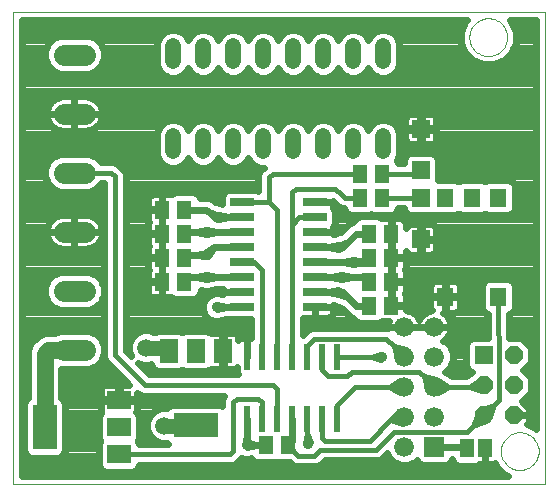
<source format=gtl>
G75*
G70*
%OFA0B0*%
%FSLAX24Y24*%
%IPPOS*%
%LPD*%
%AMOC8*
5,1,8,0,0,1.08239X$1,22.5*
%
%ADD10C,0.0000*%
%ADD11R,0.0240X0.0870*%
%ADD12R,0.0800X0.0260*%
%ADD13C,0.0520*%
%ADD14R,0.0512X0.0591*%
%ADD15R,0.0600X0.0600*%
%ADD16OC8,0.0600*%
%ADD17R,0.0591X0.0787*%
%ADD18R,0.1496X0.0787*%
%ADD19R,0.0551X0.0630*%
%ADD20R,0.0787X0.0591*%
%ADD21R,0.0787X0.1496*%
%ADD22C,0.0705*%
%ADD23R,0.0591X0.0591*%
%ADD24R,0.0660X0.0660*%
%ADD25C,0.0660*%
%ADD26R,0.0460X0.0630*%
%ADD27C,0.0240*%
%ADD28C,0.0356*%
%ADD29C,0.0500*%
%ADD30C,0.0591*%
%ADD31C,0.0160*%
%ADD32C,0.0560*%
D10*
X003097Y001522D02*
X003097Y017270D01*
X020814Y017270D01*
X020814Y001522D01*
X003097Y001522D01*
X018299Y016422D02*
X018301Y016472D01*
X018307Y016522D01*
X018317Y016571D01*
X018331Y016619D01*
X018348Y016666D01*
X018369Y016711D01*
X018394Y016755D01*
X018422Y016796D01*
X018454Y016835D01*
X018488Y016872D01*
X018525Y016906D01*
X018565Y016936D01*
X018607Y016963D01*
X018651Y016987D01*
X018697Y017008D01*
X018744Y017024D01*
X018792Y017037D01*
X018842Y017046D01*
X018891Y017051D01*
X018942Y017052D01*
X018992Y017049D01*
X019041Y017042D01*
X019090Y017031D01*
X019138Y017016D01*
X019184Y016998D01*
X019229Y016976D01*
X019272Y016950D01*
X019313Y016921D01*
X019352Y016889D01*
X019388Y016854D01*
X019420Y016816D01*
X019450Y016776D01*
X019477Y016733D01*
X019500Y016689D01*
X019519Y016643D01*
X019535Y016595D01*
X019547Y016546D01*
X019555Y016497D01*
X019559Y016447D01*
X019559Y016397D01*
X019555Y016347D01*
X019547Y016298D01*
X019535Y016249D01*
X019519Y016201D01*
X019500Y016155D01*
X019477Y016111D01*
X019450Y016068D01*
X019420Y016028D01*
X019388Y015990D01*
X019352Y015955D01*
X019313Y015923D01*
X019272Y015894D01*
X019229Y015868D01*
X019184Y015846D01*
X019138Y015828D01*
X019090Y015813D01*
X019041Y015802D01*
X018992Y015795D01*
X018942Y015792D01*
X018891Y015793D01*
X018842Y015798D01*
X018792Y015807D01*
X018744Y015820D01*
X018697Y015836D01*
X018651Y015857D01*
X018607Y015881D01*
X018565Y015908D01*
X018525Y015938D01*
X018488Y015972D01*
X018454Y016009D01*
X018422Y016048D01*
X018394Y016089D01*
X018369Y016133D01*
X018348Y016178D01*
X018331Y016225D01*
X018317Y016273D01*
X018307Y016322D01*
X018301Y016372D01*
X018299Y016422D01*
X019349Y002622D02*
X019351Y002672D01*
X019357Y002722D01*
X019367Y002771D01*
X019381Y002819D01*
X019398Y002866D01*
X019419Y002911D01*
X019444Y002955D01*
X019472Y002996D01*
X019504Y003035D01*
X019538Y003072D01*
X019575Y003106D01*
X019615Y003136D01*
X019657Y003163D01*
X019701Y003187D01*
X019747Y003208D01*
X019794Y003224D01*
X019842Y003237D01*
X019892Y003246D01*
X019941Y003251D01*
X019992Y003252D01*
X020042Y003249D01*
X020091Y003242D01*
X020140Y003231D01*
X020188Y003216D01*
X020234Y003198D01*
X020279Y003176D01*
X020322Y003150D01*
X020363Y003121D01*
X020402Y003089D01*
X020438Y003054D01*
X020470Y003016D01*
X020500Y002976D01*
X020527Y002933D01*
X020550Y002889D01*
X020569Y002843D01*
X020585Y002795D01*
X020597Y002746D01*
X020605Y002697D01*
X020609Y002647D01*
X020609Y002597D01*
X020605Y002547D01*
X020597Y002498D01*
X020585Y002449D01*
X020569Y002401D01*
X020550Y002355D01*
X020527Y002311D01*
X020500Y002268D01*
X020470Y002228D01*
X020438Y002190D01*
X020402Y002155D01*
X020363Y002123D01*
X020322Y002094D01*
X020279Y002068D01*
X020234Y002046D01*
X020188Y002028D01*
X020140Y002013D01*
X020091Y002002D01*
X020042Y001995D01*
X019992Y001992D01*
X019941Y001993D01*
X019892Y001998D01*
X019842Y002007D01*
X019794Y002020D01*
X019747Y002036D01*
X019701Y002057D01*
X019657Y002081D01*
X019615Y002108D01*
X019575Y002138D01*
X019538Y002172D01*
X019504Y002209D01*
X019472Y002248D01*
X019444Y002289D01*
X019419Y002333D01*
X019398Y002378D01*
X019381Y002425D01*
X019367Y002473D01*
X019357Y002522D01*
X019351Y002572D01*
X019349Y002622D01*
D11*
X013879Y003697D03*
X013379Y003697D03*
X012879Y003697D03*
X012379Y003697D03*
X011879Y003697D03*
X011379Y003697D03*
X010879Y003697D03*
X010879Y005747D03*
X011379Y005747D03*
X011879Y005747D03*
X012379Y005747D03*
X012879Y005747D03*
X013379Y005747D03*
X013879Y005747D03*
D12*
X013139Y007422D03*
X013139Y007922D03*
X013139Y008422D03*
X013139Y008922D03*
X013139Y009422D03*
X013139Y009922D03*
X013139Y010422D03*
X013139Y010922D03*
X010719Y010922D03*
X010719Y010422D03*
X010719Y009922D03*
X010719Y009422D03*
X010719Y008922D03*
X010719Y008422D03*
X010719Y007922D03*
X010719Y007422D03*
D13*
X010429Y012612D02*
X010429Y013132D01*
X011429Y013132D02*
X011429Y012612D01*
X012429Y012612D02*
X012429Y013132D01*
X013429Y013132D02*
X013429Y012612D01*
X014429Y012612D02*
X014429Y013132D01*
X015429Y013132D02*
X015429Y012612D01*
X015429Y015612D02*
X015429Y016132D01*
X014429Y016132D02*
X014429Y015612D01*
X013429Y015612D02*
X013429Y016132D01*
X012429Y016132D02*
X012429Y015612D01*
X011429Y015612D02*
X011429Y016132D01*
X010429Y016132D02*
X010429Y015612D01*
X009429Y015612D02*
X009429Y016132D01*
X008429Y016132D02*
X008429Y015612D01*
X008429Y013132D02*
X008429Y012612D01*
X009429Y012612D02*
X009429Y013132D01*
D14*
X008803Y010672D03*
X008055Y010672D03*
X008055Y009872D03*
X008803Y009872D03*
X008803Y009072D03*
X008803Y008272D03*
X008055Y008272D03*
X008055Y009072D03*
X011505Y002822D03*
X012253Y002822D03*
X014955Y007472D03*
X015703Y007472D03*
X015703Y008272D03*
X014955Y008272D03*
X014955Y009072D03*
X015703Y009072D03*
X015703Y009872D03*
X014955Y009872D03*
X014655Y011072D03*
X014655Y011872D03*
X015403Y011872D03*
X015403Y011072D03*
D15*
X018779Y005822D03*
D16*
X019779Y005822D03*
X019779Y004822D03*
X019779Y003822D03*
X018779Y003822D03*
X018779Y004822D03*
D17*
X010084Y005962D03*
X009179Y005962D03*
X008273Y005962D03*
D18*
X009179Y003482D03*
D19*
X017493Y007768D03*
X019265Y007768D03*
X019265Y011075D03*
X018379Y011075D03*
X017493Y011075D03*
D20*
X006619Y004327D03*
X006619Y003422D03*
X006619Y002516D03*
D21*
X004139Y003422D03*
D22*
X004776Y006001D02*
X005481Y006001D01*
X005481Y007969D02*
X004776Y007969D01*
X004776Y009938D02*
X005481Y009938D01*
X005481Y011906D02*
X004776Y011906D01*
X004776Y013875D02*
X005481Y013875D01*
X005481Y015843D02*
X004776Y015843D01*
D23*
X016679Y013361D03*
X016679Y011983D03*
X016679Y011061D03*
X016679Y009683D03*
D24*
X017129Y002772D03*
D25*
X017129Y003772D03*
X017129Y004772D03*
X017129Y005772D03*
X017129Y006772D03*
X016129Y006772D03*
X016129Y005772D03*
X016129Y004772D03*
X016129Y003772D03*
X016129Y002772D03*
D26*
X018229Y002722D03*
X018829Y002722D03*
D27*
X018829Y002721D02*
X018829Y002187D01*
X019088Y002187D01*
X019144Y002202D01*
X019163Y002213D01*
X019207Y002106D01*
X019463Y001850D01*
X019581Y001802D01*
X003377Y001802D01*
X003377Y016990D01*
X018210Y016990D01*
X018157Y016937D01*
X018019Y016603D01*
X018019Y016241D01*
X018157Y015906D01*
X018413Y015650D01*
X018748Y015512D01*
X019110Y015512D01*
X019444Y015650D01*
X019700Y015906D01*
X019839Y016241D01*
X019839Y016603D01*
X019700Y016937D01*
X019648Y016990D01*
X020534Y016990D01*
X020534Y003354D01*
X020494Y003393D01*
X020205Y003513D01*
X020299Y003606D01*
X020299Y003822D01*
X020299Y004037D01*
X020057Y004279D01*
X020359Y004582D01*
X020359Y005062D01*
X020099Y005322D01*
X020359Y005582D01*
X020359Y006062D01*
X020019Y006402D01*
X019633Y006402D01*
X019625Y006861D01*
X019625Y007185D01*
X019699Y007216D01*
X019778Y007295D01*
X019820Y007398D01*
X019820Y008139D01*
X019778Y008242D01*
X019699Y008321D01*
X019596Y008363D01*
X018933Y008363D01*
X018830Y008321D01*
X018752Y008242D01*
X018709Y008139D01*
X018709Y007398D01*
X018752Y007295D01*
X018830Y007216D01*
X018905Y007185D01*
X018905Y006926D01*
X018903Y006922D01*
X018905Y006855D01*
X018905Y006786D01*
X018906Y006783D01*
X018913Y006402D01*
X018423Y006402D01*
X018320Y006359D01*
X018241Y006280D01*
X018199Y006178D01*
X018199Y005466D01*
X018241Y005363D01*
X018320Y005285D01*
X018383Y005259D01*
X018179Y005132D01*
X017719Y005132D01*
X017505Y005258D01*
X017491Y005272D01*
X017646Y005426D01*
X017739Y005651D01*
X017739Y005893D01*
X017646Y006117D01*
X017474Y006289D01*
X017427Y006309D01*
X017487Y006352D01*
X017548Y006414D01*
X017599Y006484D01*
X017639Y006561D01*
X017665Y006643D01*
X017679Y006729D01*
X017679Y006772D01*
X017679Y006815D01*
X017665Y006901D01*
X017639Y006983D01*
X017599Y007060D01*
X017548Y007130D01*
X017487Y007191D01*
X017429Y007233D01*
X017475Y007233D01*
X017475Y007750D01*
X017511Y007750D01*
X017511Y007233D01*
X017798Y007233D01*
X017854Y007248D01*
X017904Y007277D01*
X017945Y007318D01*
X017974Y007368D01*
X017989Y007424D01*
X017989Y007750D01*
X017511Y007750D01*
X017511Y007786D01*
X017989Y007786D01*
X017989Y008112D01*
X017974Y008168D01*
X017945Y008218D01*
X017904Y008259D01*
X017854Y008288D01*
X017798Y008303D01*
X017511Y008303D01*
X017511Y007786D01*
X017475Y007786D01*
X017475Y007750D01*
X016997Y007750D01*
X016997Y007424D01*
X017012Y007368D01*
X017041Y007318D01*
X017044Y007315D01*
X017000Y007308D01*
X016918Y007282D01*
X016841Y007242D01*
X016771Y007191D01*
X016709Y007130D01*
X016658Y007060D01*
X016629Y007002D01*
X016599Y007060D01*
X016548Y007130D01*
X016487Y007191D01*
X016417Y007242D01*
X016340Y007282D01*
X016258Y007308D01*
X016179Y007321D01*
X016179Y007464D01*
X015711Y007464D01*
X015711Y007480D01*
X016179Y007480D01*
X016179Y007796D01*
X016164Y007852D01*
X016152Y007872D01*
X016164Y007892D01*
X016179Y007948D01*
X016179Y008264D01*
X015711Y008264D01*
X015711Y008280D01*
X016179Y008280D01*
X016179Y008596D01*
X016164Y008652D01*
X016152Y008672D01*
X016164Y008692D01*
X016179Y008748D01*
X016179Y009064D01*
X015711Y009064D01*
X015711Y009080D01*
X016179Y009080D01*
X016179Y009302D01*
X016207Y009253D01*
X016248Y009212D01*
X016299Y009183D01*
X016355Y009168D01*
X016651Y009168D01*
X016651Y009655D01*
X016706Y009655D01*
X016706Y009168D01*
X017003Y009168D01*
X017059Y009183D01*
X017109Y009212D01*
X017150Y009253D01*
X017179Y009303D01*
X017194Y009359D01*
X017194Y009655D01*
X016707Y009655D01*
X016707Y009711D01*
X017194Y009711D01*
X017194Y010007D01*
X017179Y010063D01*
X017150Y010113D01*
X017109Y010154D01*
X017059Y010183D01*
X017003Y010198D01*
X016706Y010198D01*
X016706Y009711D01*
X016651Y009711D01*
X016651Y010198D01*
X016355Y010198D01*
X016299Y010183D01*
X016248Y010154D01*
X016207Y010113D01*
X016179Y010063D01*
X016179Y010196D01*
X016164Y010252D01*
X016135Y010302D01*
X016094Y010343D01*
X016044Y010372D01*
X015988Y010387D01*
X015711Y010387D01*
X015711Y009880D01*
X015695Y009880D01*
X015695Y010387D01*
X015418Y010387D01*
X015393Y010381D01*
X015369Y010404D01*
X015266Y010447D01*
X014643Y010447D01*
X014540Y010404D01*
X014462Y010326D01*
X014437Y010267D01*
X014302Y010211D01*
X014028Y009936D01*
X013862Y009882D01*
X013862Y009882D01*
X013856Y009880D01*
X013838Y009880D01*
X013802Y009865D01*
X013759Y009858D01*
X013759Y009922D01*
X013759Y010081D01*
X013751Y010109D01*
X013776Y010133D01*
X013819Y010236D01*
X013819Y010608D01*
X013776Y010710D01*
X013751Y010735D01*
X013759Y010763D01*
X013759Y010922D01*
X013759Y010955D01*
X013783Y010934D01*
X013950Y010767D01*
X014082Y010712D01*
X014123Y010712D01*
X014162Y010618D01*
X014240Y010539D01*
X014343Y010497D01*
X014966Y010497D01*
X015029Y010523D01*
X015091Y010497D01*
X015714Y010497D01*
X015817Y010539D01*
X015896Y010618D01*
X015935Y010712D01*
X016104Y010712D01*
X016104Y010710D01*
X016146Y010607D01*
X016225Y010528D01*
X016328Y010486D01*
X017030Y010486D01*
X017090Y010510D01*
X017162Y010480D01*
X017824Y010480D01*
X017927Y010523D01*
X017936Y010532D01*
X017945Y010523D01*
X018048Y010480D01*
X018710Y010480D01*
X018813Y010523D01*
X018822Y010532D01*
X018830Y010523D01*
X018933Y010480D01*
X019596Y010480D01*
X019699Y010523D01*
X019778Y010602D01*
X019820Y010705D01*
X019820Y011446D01*
X019778Y011549D01*
X019699Y011628D01*
X019596Y011670D01*
X018933Y011670D01*
X018830Y011628D01*
X018822Y011619D01*
X018813Y011628D01*
X018710Y011670D01*
X018048Y011670D01*
X017945Y011628D01*
X017936Y011619D01*
X017927Y011628D01*
X017824Y011670D01*
X017254Y011670D01*
X017254Y012334D01*
X017211Y012437D01*
X017133Y012516D01*
X017030Y012558D01*
X016328Y012558D01*
X016225Y012516D01*
X016146Y012437D01*
X016104Y012334D01*
X016104Y012232D01*
X015935Y012232D01*
X015896Y012326D01*
X015895Y012327D01*
X015969Y012504D01*
X015969Y013239D01*
X015887Y013438D01*
X015735Y013590D01*
X015536Y013672D01*
X015321Y013672D01*
X015123Y013590D01*
X014971Y013438D01*
X014929Y013336D01*
X014887Y013438D01*
X014735Y013590D01*
X014536Y013672D01*
X014321Y013672D01*
X014123Y013590D01*
X013971Y013438D01*
X013929Y013336D01*
X013887Y013438D01*
X013735Y013590D01*
X013536Y013672D01*
X013321Y013672D01*
X013123Y013590D01*
X012971Y013438D01*
X012929Y013336D01*
X012887Y013438D01*
X012735Y013590D01*
X012536Y013672D01*
X012321Y013672D01*
X012123Y013590D01*
X011971Y013438D01*
X011929Y013336D01*
X011887Y013438D01*
X011735Y013590D01*
X011536Y013672D01*
X011321Y013672D01*
X011123Y013590D01*
X010971Y013438D01*
X010929Y013336D01*
X010887Y013438D01*
X010735Y013590D01*
X010536Y013672D01*
X010321Y013672D01*
X010123Y013590D01*
X009971Y013438D01*
X009929Y013336D01*
X009887Y013438D01*
X009735Y013590D01*
X009536Y013672D01*
X009321Y013672D01*
X009123Y013590D01*
X008971Y013438D01*
X008929Y013336D01*
X008887Y013438D01*
X008735Y013590D01*
X008536Y013672D01*
X008321Y013672D01*
X008123Y013590D01*
X007971Y013438D01*
X007889Y013239D01*
X007889Y012504D01*
X007971Y012306D01*
X008123Y012154D01*
X008321Y012072D01*
X008536Y012072D01*
X008735Y012154D01*
X008887Y012306D01*
X008929Y012408D01*
X008971Y012306D01*
X009123Y012154D01*
X009321Y012072D01*
X009536Y012072D01*
X009735Y012154D01*
X009887Y012306D01*
X009929Y012408D01*
X009971Y012306D01*
X010123Y012154D01*
X010321Y012072D01*
X010536Y012072D01*
X010735Y012154D01*
X010887Y012306D01*
X010929Y012408D01*
X010971Y012306D01*
X011123Y012154D01*
X011321Y012072D01*
X011445Y012072D01*
X011425Y012052D01*
X011324Y011951D01*
X011269Y011819D01*
X011269Y011293D01*
X011174Y011332D01*
X010263Y011332D01*
X010160Y011289D01*
X010081Y011210D01*
X010039Y011108D01*
X010039Y010872D01*
X010020Y010880D01*
X010002Y010880D01*
X009830Y010936D01*
X009755Y011011D01*
X009608Y011072D01*
X009318Y011072D01*
X009296Y011126D01*
X009217Y011204D01*
X009114Y011247D01*
X008491Y011247D01*
X008388Y011204D01*
X008364Y011181D01*
X008340Y011187D01*
X008063Y011187D01*
X008063Y010680D01*
X008047Y010680D01*
X008047Y011187D01*
X007770Y011187D01*
X007714Y011172D01*
X007664Y011143D01*
X007623Y011102D01*
X007594Y011052D01*
X007579Y010996D01*
X007579Y010680D01*
X008047Y010680D01*
X008047Y010664D01*
X008063Y010664D01*
X008063Y010157D01*
X008063Y009880D01*
X008047Y009880D01*
X008047Y010157D01*
X008047Y010664D01*
X007579Y010664D01*
X007579Y010348D01*
X006839Y010348D01*
X006839Y010109D02*
X007579Y010109D01*
X007579Y010196D02*
X007579Y009880D01*
X008047Y009880D01*
X008047Y009864D01*
X008063Y009864D01*
X008063Y009357D01*
X008063Y009080D01*
X008047Y009080D01*
X008047Y009357D01*
X008047Y009864D01*
X007579Y009864D01*
X007579Y009548D01*
X007594Y009492D01*
X007605Y009472D01*
X007594Y009452D01*
X007579Y009396D01*
X007579Y009080D01*
X008047Y009080D01*
X008047Y009064D01*
X008063Y009064D01*
X008063Y008557D01*
X008063Y008280D01*
X008047Y008280D01*
X008047Y008557D01*
X008047Y009064D01*
X007579Y009064D01*
X007579Y008748D01*
X007594Y008692D01*
X007605Y008672D01*
X007594Y008652D01*
X007579Y008596D01*
X007579Y008280D01*
X008047Y008280D01*
X008047Y008264D01*
X008063Y008264D01*
X008063Y007757D01*
X008340Y007757D01*
X008364Y007763D01*
X008388Y007739D01*
X008491Y007697D01*
X009114Y007697D01*
X009217Y007739D01*
X009296Y007818D01*
X009339Y007921D01*
X009339Y007989D01*
X009375Y007983D01*
X009402Y007979D01*
X009438Y007964D01*
X009490Y007964D01*
X009508Y007961D01*
X009525Y007957D01*
X009525Y007957D01*
X009525Y007957D01*
X009525Y007957D01*
X009525Y007957D01*
X009526Y007957D01*
X009529Y007957D01*
X009532Y007957D01*
X009532Y007957D01*
X009532Y007957D01*
X009532Y007957D01*
X009532Y007957D01*
X009532Y007957D01*
X009532Y007957D01*
X009549Y007961D01*
X009567Y007964D01*
X009620Y007964D01*
X009655Y007978D01*
X009682Y007983D01*
X009682Y007983D01*
X009682Y007983D01*
X009883Y008016D01*
X009896Y008014D01*
X009929Y008022D01*
X009963Y008022D01*
X010099Y008022D01*
X010099Y007922D01*
X010718Y007922D01*
X010718Y007922D01*
X010099Y007922D01*
X010099Y007850D01*
X010006Y007865D01*
X009970Y007880D01*
X009917Y007880D01*
X009876Y007887D01*
X009876Y007887D01*
X009876Y007887D01*
X009875Y007887D02*
X009846Y007880D01*
X009788Y007880D01*
X009619Y007810D01*
X009490Y007681D01*
X009421Y007513D01*
X009421Y007331D01*
X009490Y007162D01*
X009619Y007034D01*
X009788Y006964D01*
X009846Y006964D01*
X009875Y006957D01*
X009875Y006957D01*
X009875Y006957D01*
X009875Y006957D01*
X009875Y006957D01*
X009876Y006957D01*
X009917Y006964D01*
X009970Y006964D01*
X010005Y006978D01*
X010032Y006983D01*
X010032Y006983D01*
X010032Y006983D01*
X010032Y006983D01*
X010233Y007016D01*
X010246Y007014D01*
X010253Y007016D01*
X010263Y007012D01*
X011019Y007012D01*
X011019Y006402D01*
X010879Y006402D01*
X010879Y005747D01*
X010879Y005747D01*
X010879Y006402D01*
X010730Y006402D01*
X010674Y006387D01*
X010624Y006358D01*
X010600Y006334D01*
X010600Y006385D01*
X010585Y006441D01*
X010556Y006491D01*
X010515Y006532D01*
X010465Y006561D01*
X010409Y006576D01*
X010112Y006576D01*
X010112Y005990D01*
X010057Y005990D01*
X010057Y006576D01*
X009760Y006576D01*
X009704Y006561D01*
X009679Y006546D01*
X009633Y006593D01*
X009530Y006636D01*
X008828Y006636D01*
X008726Y006594D01*
X008624Y006636D01*
X007922Y006636D01*
X007841Y006602D01*
X007753Y006602D01*
X007643Y006647D01*
X007414Y006647D01*
X007203Y006560D01*
X007041Y006398D01*
X006954Y006186D01*
X006954Y005957D01*
X007025Y005785D01*
X006839Y005971D01*
X006839Y011720D01*
X006839Y011863D01*
X006784Y011995D01*
X006669Y012110D01*
X006568Y012211D01*
X006436Y012266D01*
X006016Y012266D01*
X005840Y012442D01*
X005607Y012539D01*
X004650Y012539D01*
X004418Y012442D01*
X004240Y012264D01*
X004144Y012032D01*
X004144Y011780D01*
X004240Y011548D01*
X004418Y011370D01*
X004650Y011274D01*
X005607Y011274D01*
X005840Y011370D01*
X006016Y011546D01*
X006119Y011546D01*
X006119Y005750D01*
X006174Y005618D01*
X006275Y005517D01*
X006949Y004843D01*
X006647Y004843D01*
X006647Y004355D01*
X007233Y004355D01*
X007233Y004559D01*
X007275Y004517D01*
X007407Y004462D01*
X007550Y004462D01*
X010135Y004462D01*
X010124Y004451D01*
X010069Y004319D01*
X010069Y004120D01*
X009983Y004155D01*
X008375Y004155D01*
X008272Y004113D01*
X008207Y004047D01*
X008014Y004047D01*
X007803Y003960D01*
X007641Y003798D01*
X007554Y003586D01*
X007554Y003357D01*
X007641Y003146D01*
X007803Y002984D01*
X008014Y002897D01*
X008226Y002897D01*
X008247Y002876D01*
X007289Y002876D01*
X007250Y002969D01*
X007293Y003071D01*
X007293Y003773D01*
X007250Y003876D01*
X007203Y003922D01*
X007218Y003947D01*
X007233Y004003D01*
X007233Y004300D01*
X006647Y004300D01*
X006647Y004355D01*
X006591Y004355D01*
X006591Y004300D01*
X006005Y004300D01*
X006005Y004003D01*
X006020Y003947D01*
X006035Y003922D01*
X005988Y003876D01*
X005945Y003773D01*
X005945Y003071D01*
X005987Y002969D01*
X005945Y002867D01*
X005945Y002165D01*
X005988Y002062D01*
X006067Y001984D01*
X006170Y001941D01*
X007068Y001941D01*
X007171Y001984D01*
X007250Y002062D01*
X007289Y002156D01*
X010375Y002156D01*
X010508Y002211D01*
X010609Y002312D01*
X010698Y002401D01*
X010788Y002364D01*
X010846Y002364D01*
X010875Y002357D01*
X010875Y002357D01*
X010875Y002357D01*
X010875Y002357D01*
X010876Y002357D01*
X010917Y002364D01*
X010970Y002364D01*
X011005Y002378D01*
X011007Y002379D01*
X011012Y002368D01*
X011090Y002289D01*
X011193Y002247D01*
X011816Y002247D01*
X011879Y002273D01*
X011941Y002247D01*
X012319Y002247D01*
X012399Y002167D01*
X012531Y002112D01*
X012674Y002112D01*
X013200Y002112D01*
X013333Y002167D01*
X013434Y002268D01*
X013478Y002312D01*
X015107Y002312D01*
X015250Y002312D01*
X015383Y002367D01*
X015562Y002546D01*
X015612Y002426D01*
X015783Y002255D01*
X016007Y002162D01*
X016250Y002162D01*
X016474Y002255D01*
X016544Y002325D01*
X016561Y002283D01*
X016640Y002205D01*
X016743Y002162D01*
X017514Y002162D01*
X017617Y002205D01*
X017696Y002283D01*
X017722Y002345D01*
X017761Y002248D01*
X017840Y002170D01*
X017943Y002127D01*
X018514Y002127D01*
X018617Y002170D01*
X018635Y002187D01*
X018829Y002187D01*
X018829Y002721D01*
X018829Y002721D01*
X018829Y002715D02*
X018829Y002715D01*
X018829Y002476D02*
X018829Y002476D01*
X018829Y002238D02*
X018829Y002238D01*
X019315Y001999D02*
X007186Y001999D01*
X007257Y002953D02*
X007878Y002953D01*
X007622Y003192D02*
X007293Y003192D01*
X007293Y003430D02*
X007554Y003430D01*
X007588Y003669D02*
X007293Y003669D01*
X007218Y003907D02*
X007751Y003907D01*
X007233Y004146D02*
X008352Y004146D01*
X008624Y005288D02*
X007922Y005288D01*
X007819Y005331D01*
X007741Y005410D01*
X007698Y005513D01*
X007698Y005519D01*
X007643Y005497D01*
X007414Y005497D01*
X007241Y005568D01*
X007628Y005182D01*
X010580Y005182D01*
X010554Y005227D01*
X010539Y005283D01*
X010539Y005416D01*
X010515Y005392D01*
X010465Y005363D01*
X010409Y005348D01*
X010112Y005348D01*
X010112Y005934D01*
X010057Y005934D01*
X010057Y005348D01*
X009760Y005348D01*
X009704Y005363D01*
X009679Y005378D01*
X009633Y005331D01*
X009530Y005288D01*
X008828Y005288D01*
X008726Y005331D01*
X008624Y005288D01*
X007812Y005339D02*
X007471Y005339D01*
X007012Y005816D02*
X006994Y005816D01*
X006954Y006054D02*
X006839Y006054D01*
X006839Y006293D02*
X006998Y006293D01*
X006839Y006531D02*
X007175Y006531D01*
X006839Y006770D02*
X011019Y006770D01*
X011019Y007008D02*
X010185Y007008D01*
X010246Y007014D02*
X010246Y007014D01*
X009876Y006957D02*
X009876Y006957D01*
X009876Y006957D01*
X009680Y007008D02*
X006839Y007008D01*
X006839Y007247D02*
X009455Y007247D01*
X009421Y007485D02*
X006839Y007485D01*
X006839Y007724D02*
X008425Y007724D01*
X008047Y007757D02*
X008047Y008264D01*
X007579Y008264D01*
X007579Y007948D01*
X007594Y007892D01*
X007623Y007842D01*
X007664Y007801D01*
X007714Y007772D01*
X007770Y007757D01*
X008047Y007757D01*
X008047Y007963D02*
X008063Y007963D01*
X008047Y008201D02*
X008063Y008201D01*
X008047Y008440D02*
X008063Y008440D01*
X008047Y008678D02*
X008063Y008678D01*
X008047Y008917D02*
X008063Y008917D01*
X008047Y009155D02*
X008063Y009155D01*
X008047Y009394D02*
X008063Y009394D01*
X008047Y009632D02*
X008063Y009632D01*
X008047Y009871D02*
X006839Y009871D01*
X006839Y009632D02*
X007579Y009632D01*
X007579Y009394D02*
X006839Y009394D01*
X006839Y009155D02*
X007579Y009155D01*
X007579Y008917D02*
X006839Y008917D01*
X006839Y008678D02*
X007602Y008678D01*
X007579Y008440D02*
X006839Y008440D01*
X006839Y008201D02*
X007579Y008201D01*
X007579Y007963D02*
X006839Y007963D01*
X006119Y007963D02*
X006114Y007963D01*
X006114Y007843D02*
X006114Y008095D01*
X006018Y008327D01*
X005840Y008505D01*
X005607Y008602D01*
X004650Y008602D01*
X004418Y008505D01*
X004240Y008327D01*
X004144Y008095D01*
X004144Y007843D01*
X004240Y007611D01*
X004418Y007433D01*
X004650Y007337D01*
X005607Y007337D01*
X005840Y007433D01*
X006018Y007611D01*
X006114Y007843D01*
X006119Y007724D02*
X006064Y007724D01*
X006119Y007485D02*
X005892Y007485D01*
X006119Y007247D02*
X003377Y007247D01*
X003377Y007485D02*
X004365Y007485D01*
X004193Y007724D02*
X003377Y007724D01*
X003377Y007963D02*
X004144Y007963D01*
X004188Y008201D02*
X003377Y008201D01*
X003377Y008440D02*
X004352Y008440D01*
X004642Y009379D02*
X004556Y009407D01*
X004476Y009448D01*
X004403Y009501D01*
X004340Y009565D01*
X004287Y009638D01*
X004246Y009718D01*
X004218Y009804D01*
X004204Y009893D01*
X004204Y009937D01*
X005128Y009937D01*
X005128Y009938D01*
X004204Y009938D01*
X004204Y009983D01*
X004218Y010072D01*
X004246Y010157D01*
X004287Y010238D01*
X004340Y010311D01*
X004403Y010374D01*
X004476Y010427D01*
X004556Y010468D01*
X004642Y010496D01*
X004731Y010510D01*
X005129Y010510D01*
X005129Y009938D01*
X005129Y009938D01*
X006054Y009938D01*
X006054Y009983D01*
X006040Y010072D01*
X006012Y010157D01*
X005971Y010238D01*
X005918Y010311D01*
X005854Y010374D01*
X005781Y010427D01*
X005701Y010468D01*
X005615Y010496D01*
X005526Y010510D01*
X005129Y010510D01*
X005129Y009938D01*
X005129Y009937D01*
X005129Y009365D01*
X005526Y009365D01*
X005615Y009379D01*
X005701Y009407D01*
X005781Y009448D01*
X005854Y009501D01*
X005918Y009565D01*
X005971Y009638D01*
X006012Y009718D01*
X006040Y009804D01*
X006054Y009893D01*
X006054Y009937D01*
X005129Y009937D01*
X005129Y009937D01*
X005129Y009365D01*
X004731Y009365D01*
X004642Y009379D01*
X004597Y009394D02*
X003377Y009394D01*
X003377Y009632D02*
X004290Y009632D01*
X004207Y009871D02*
X003377Y009871D01*
X003377Y010109D02*
X004230Y010109D01*
X004377Y010348D02*
X003377Y010348D01*
X003377Y010587D02*
X006119Y010587D01*
X006119Y010825D02*
X003377Y010825D01*
X003377Y011064D02*
X006119Y011064D01*
X006119Y011302D02*
X005676Y011302D01*
X006010Y011541D02*
X006119Y011541D01*
X006459Y012256D02*
X008021Y012256D01*
X007893Y012495D02*
X005713Y012495D01*
X005615Y013316D02*
X005701Y013344D01*
X005781Y013385D01*
X005854Y013438D01*
X005918Y013502D01*
X005971Y013575D01*
X006012Y013655D01*
X006040Y013741D01*
X006054Y013830D01*
X006054Y013874D01*
X005129Y013874D01*
X005129Y013302D01*
X005526Y013302D01*
X005615Y013316D01*
X005865Y013449D02*
X007982Y013449D01*
X007889Y013211D02*
X003377Y013211D01*
X003377Y013449D02*
X004392Y013449D01*
X004403Y013438D02*
X004476Y013385D01*
X004556Y013344D01*
X004642Y013316D01*
X004731Y013302D01*
X005129Y013302D01*
X005129Y013874D01*
X005129Y013874D01*
X005129Y013875D01*
X005129Y013875D01*
X005129Y014447D01*
X005526Y014447D01*
X005615Y014433D01*
X005701Y014405D01*
X005781Y014364D01*
X005854Y014311D01*
X005918Y014248D01*
X005971Y014175D01*
X006012Y014094D01*
X006040Y014009D01*
X006054Y013920D01*
X006054Y013875D01*
X005129Y013875D01*
X005129Y014447D01*
X004731Y014447D01*
X004642Y014433D01*
X004556Y014405D01*
X004476Y014364D01*
X004403Y014311D01*
X004340Y014248D01*
X004287Y014175D01*
X004246Y014094D01*
X004218Y014009D01*
X004204Y013920D01*
X004204Y013875D01*
X005128Y013875D01*
X005128Y013874D01*
X004204Y013874D01*
X004204Y013830D01*
X004218Y013741D01*
X004246Y013655D01*
X004287Y013575D01*
X004340Y013502D01*
X004403Y013438D01*
X004235Y013688D02*
X003377Y013688D01*
X003377Y013926D02*
X004205Y013926D01*
X004282Y014165D02*
X003377Y014165D01*
X003377Y014403D02*
X004553Y014403D01*
X005129Y014403D02*
X005129Y014403D01*
X005129Y014165D02*
X005129Y014165D01*
X005129Y013926D02*
X005129Y013926D01*
X005129Y013688D02*
X005129Y013688D01*
X005129Y013449D02*
X005129Y013449D01*
X006023Y013688D02*
X016164Y013688D01*
X016164Y013685D02*
X016164Y013389D01*
X016651Y013389D01*
X016651Y013876D01*
X016355Y013876D01*
X016299Y013861D01*
X016248Y013832D01*
X016207Y013791D01*
X016179Y013741D01*
X016164Y013685D01*
X016164Y013449D02*
X015875Y013449D01*
X015969Y013211D02*
X016164Y013211D01*
X016164Y013333D02*
X016164Y013037D01*
X016179Y012981D01*
X016207Y012931D01*
X016248Y012890D01*
X016299Y012861D01*
X016355Y012846D01*
X016651Y012846D01*
X016651Y013333D01*
X016706Y013333D01*
X016706Y012846D01*
X017003Y012846D01*
X017059Y012861D01*
X017109Y012890D01*
X017150Y012931D01*
X017179Y012981D01*
X017194Y013037D01*
X017194Y013333D01*
X016707Y013333D01*
X016707Y013389D01*
X017194Y013389D01*
X017194Y013685D01*
X017179Y013741D01*
X017150Y013791D01*
X017109Y013832D01*
X017059Y013861D01*
X017003Y013876D01*
X016706Y013876D01*
X016706Y013389D01*
X016651Y013389D01*
X016651Y013333D01*
X016164Y013333D01*
X016184Y012972D02*
X015969Y012972D01*
X015969Y012733D02*
X020534Y012733D01*
X020534Y012495D02*
X017153Y012495D01*
X017254Y012256D02*
X020534Y012256D01*
X020534Y012018D02*
X017254Y012018D01*
X017254Y011779D02*
X020534Y011779D01*
X020534Y011541D02*
X019781Y011541D01*
X019820Y011302D02*
X020534Y011302D01*
X020534Y011064D02*
X019820Y011064D01*
X019820Y010825D02*
X020534Y010825D01*
X020534Y010587D02*
X019762Y010587D01*
X020534Y010348D02*
X016085Y010348D01*
X016167Y010587D02*
X015865Y010587D01*
X015711Y010348D02*
X015695Y010348D01*
X015695Y010109D02*
X015711Y010109D01*
X015711Y009864D02*
X015711Y009587D01*
X015711Y009080D01*
X015695Y009080D01*
X015695Y009587D01*
X015695Y009864D01*
X015711Y009864D01*
X015695Y009632D02*
X015711Y009632D01*
X015695Y009394D02*
X015711Y009394D01*
X015695Y009155D02*
X015711Y009155D01*
X015711Y009064D02*
X015711Y008787D01*
X015711Y008280D01*
X015695Y008280D01*
X015695Y008557D01*
X015695Y009064D01*
X015711Y009064D01*
X015695Y008917D02*
X015711Y008917D01*
X015695Y008678D02*
X015711Y008678D01*
X015695Y008440D02*
X015711Y008440D01*
X015711Y008264D02*
X015711Y007987D01*
X015711Y007480D01*
X015695Y007480D01*
X015695Y007987D01*
X015695Y008264D01*
X015711Y008264D01*
X015711Y008201D02*
X015695Y008201D01*
X015695Y007963D02*
X015711Y007963D01*
X015695Y007724D02*
X015711Y007724D01*
X015695Y007485D02*
X015711Y007485D01*
X016179Y007485D02*
X016997Y007485D01*
X016997Y007724D02*
X016179Y007724D01*
X016179Y007963D02*
X016997Y007963D01*
X016997Y008112D02*
X016997Y007786D01*
X017475Y007786D01*
X017475Y008303D01*
X017188Y008303D01*
X017132Y008288D01*
X017082Y008259D01*
X017041Y008218D01*
X017012Y008168D01*
X016997Y008112D01*
X017031Y008201D02*
X016179Y008201D01*
X016179Y008440D02*
X020534Y008440D01*
X020534Y008678D02*
X016156Y008678D01*
X016179Y008917D02*
X020534Y008917D01*
X020534Y009155D02*
X016179Y009155D01*
X016651Y009394D02*
X016706Y009394D01*
X016706Y009632D02*
X016651Y009632D01*
X016651Y009871D02*
X016706Y009871D01*
X016706Y010109D02*
X016651Y010109D01*
X016205Y010109D02*
X016179Y010109D01*
X017152Y010109D02*
X020534Y010109D01*
X020534Y009871D02*
X017194Y009871D01*
X017194Y009632D02*
X020534Y009632D01*
X020534Y009394D02*
X017194Y009394D01*
X017475Y008201D02*
X017511Y008201D01*
X017511Y007963D02*
X017475Y007963D01*
X017475Y007724D02*
X017511Y007724D01*
X017511Y007485D02*
X017475Y007485D01*
X017475Y007247D02*
X017511Y007247D01*
X017626Y007008D02*
X018905Y007008D01*
X018906Y006770D02*
X017679Y006770D01*
X017679Y006772D02*
X017129Y006772D01*
X017679Y006772D01*
X017623Y006531D02*
X018911Y006531D01*
X018254Y006293D02*
X017465Y006293D01*
X017672Y006054D02*
X018199Y006054D01*
X018199Y005816D02*
X017739Y005816D01*
X017708Y005577D02*
X018199Y005577D01*
X018266Y005339D02*
X017558Y005339D01*
X017129Y006772D02*
X017129Y006772D01*
X017128Y006772D02*
X017128Y006772D01*
X016679Y006772D01*
X016129Y006772D01*
X016129Y006772D01*
X016679Y006772D01*
X017128Y006772D01*
X016850Y007247D02*
X016408Y007247D01*
X016626Y007008D02*
X016632Y007008D01*
X016128Y006772D02*
X016128Y006772D01*
X015579Y006772D01*
X015579Y006815D01*
X015592Y006901D01*
X015611Y006957D01*
X015418Y006957D01*
X015393Y006963D01*
X015369Y006939D01*
X015266Y006897D01*
X014643Y006897D01*
X014540Y006939D01*
X014462Y007018D01*
X014437Y007077D01*
X014302Y007133D01*
X014190Y007245D01*
X014028Y007407D01*
X013856Y007464D01*
X013838Y007464D01*
X013802Y007479D01*
X013775Y007483D01*
X013775Y007483D01*
X013759Y007486D01*
X013759Y007422D01*
X013139Y007422D01*
X013139Y007422D01*
X013759Y007422D01*
X013759Y007263D01*
X013744Y007207D01*
X013715Y007157D01*
X013674Y007116D01*
X013624Y007087D01*
X013568Y007072D01*
X013139Y007072D01*
X013139Y007421D01*
X013139Y007421D01*
X013139Y007072D01*
X012739Y007072D01*
X012739Y006491D01*
X012824Y006576D01*
X012824Y006576D01*
X012925Y006677D01*
X013057Y006732D01*
X015457Y006732D01*
X015579Y006732D01*
X015579Y006772D01*
X016128Y006772D01*
X015579Y006770D02*
X012739Y006770D01*
X012739Y007008D02*
X014471Y007008D01*
X014188Y007247D02*
X013754Y007247D01*
X013759Y007485D02*
X013760Y007485D01*
X013911Y007867D02*
X013929Y007922D01*
X013919Y007979D01*
X013574Y007922D01*
X013919Y007865D01*
X013929Y007922D01*
X013919Y007979D01*
X013574Y007922D01*
X013919Y007865D01*
X013929Y007922D01*
X013911Y007867D01*
X014243Y007758D01*
X013964Y007968D01*
X013929Y007922D01*
X013964Y007968D01*
X014243Y007758D01*
X013911Y007867D01*
X013919Y007865D02*
X013574Y007922D01*
X013574Y007922D01*
X013139Y007922D01*
X013574Y007922D02*
X013574Y007922D01*
X013919Y007979D01*
X013574Y007922D01*
X013919Y007979D01*
X013919Y007979D01*
X013919Y007979D01*
X013964Y007968D02*
X013929Y007922D01*
X013919Y007865D01*
X013919Y007865D01*
X013919Y007865D01*
X013574Y007922D01*
X013929Y007922D01*
X014079Y007922D01*
X014243Y007758D01*
X014243Y007758D01*
X013964Y007968D01*
X013964Y007968D01*
X014243Y007758D02*
X014529Y007472D01*
X014955Y007472D01*
X014955Y008272D02*
X014805Y008422D01*
X014383Y008422D01*
X014038Y008365D01*
X014029Y008422D01*
X014019Y008479D01*
X013674Y008422D01*
X014019Y008365D01*
X014029Y008422D01*
X014019Y008479D01*
X013674Y008422D01*
X014019Y008365D01*
X014029Y008422D01*
X014038Y008479D01*
X014383Y008422D01*
X014038Y008365D01*
X014029Y008422D01*
X014038Y008479D01*
X014038Y008479D01*
X014038Y008479D01*
X014383Y008422D01*
X014038Y008365D01*
X014029Y008422D01*
X014019Y008365D01*
X014019Y008365D01*
X013674Y008422D01*
X013674Y008422D01*
X013674Y008422D01*
X013139Y008422D01*
X013139Y008922D02*
X014074Y008922D01*
X014419Y008979D01*
X014429Y008922D01*
X014419Y008865D01*
X014074Y008922D01*
X014419Y008979D01*
X014429Y008922D01*
X014419Y008865D01*
X014074Y008922D01*
X014074Y008922D01*
X014074Y008922D01*
X014419Y008979D01*
X014074Y008922D01*
X014419Y008865D01*
X014419Y008865D01*
X014429Y008922D01*
X014438Y008865D01*
X014783Y008922D01*
X014438Y008979D01*
X014429Y008922D01*
X014438Y008865D01*
X014783Y008922D01*
X014438Y008979D01*
X014438Y008979D01*
X014438Y008979D01*
X014429Y008922D01*
X014438Y008865D01*
X014783Y008922D01*
X014783Y008922D01*
X014438Y008979D01*
X014783Y008922D01*
X014438Y008865D01*
X014438Y008865D01*
X014419Y008865D02*
X014419Y008865D01*
X014074Y008922D01*
X014419Y008979D01*
X014419Y008979D01*
X014419Y008979D01*
X014429Y008922D02*
X014074Y008922D01*
X014429Y008922D02*
X014783Y008922D01*
X014805Y008922D01*
X014955Y009072D01*
X014783Y008922D02*
X014783Y008922D01*
X014383Y008422D02*
X014383Y008422D01*
X014038Y008479D01*
X014383Y008422D01*
X014038Y008365D01*
X014038Y008365D01*
X014019Y008365D02*
X014019Y008365D01*
X013674Y008422D01*
X014019Y008479D01*
X013674Y008422D01*
X014019Y008479D01*
X014019Y008479D01*
X014019Y008479D01*
X014029Y008422D02*
X013674Y008422D01*
X014029Y008422D02*
X014383Y008422D01*
X014383Y008422D01*
X013964Y009376D02*
X013929Y009422D01*
X013919Y009479D01*
X013574Y009422D01*
X013919Y009365D01*
X013929Y009422D01*
X013919Y009479D01*
X013574Y009422D01*
X013919Y009365D01*
X013929Y009422D01*
X013911Y009477D01*
X014243Y009586D01*
X013964Y009376D01*
X013964Y009375D01*
X013929Y009422D01*
X013911Y009477D01*
X014243Y009586D01*
X014243Y009586D01*
X014529Y009872D01*
X014955Y009872D01*
X014484Y010348D02*
X013819Y010348D01*
X013819Y010587D02*
X014193Y010587D01*
X013891Y010825D02*
X013759Y010825D01*
X013759Y010922D02*
X013139Y010922D01*
X013759Y010922D01*
X013139Y010922D02*
X013139Y010922D01*
X013752Y010109D02*
X014201Y010109D01*
X013816Y009871D02*
X013759Y009871D01*
X013759Y009922D02*
X013139Y009922D01*
X013759Y009922D01*
X013919Y009479D02*
X013574Y009422D01*
X013574Y009422D01*
X013574Y009422D01*
X013139Y009422D01*
X013574Y009422D02*
X013919Y009479D01*
X013919Y009479D01*
X013919Y009479D01*
X013574Y009422D01*
X013919Y009365D01*
X013919Y009365D01*
X013929Y009422D01*
X013574Y009422D01*
X013919Y009365D01*
X013919Y009365D01*
X013964Y009376D02*
X014243Y009586D01*
X014079Y009422D01*
X013929Y009422D01*
X013139Y009922D02*
X013139Y009922D01*
X011269Y011302D02*
X011246Y011302D01*
X011269Y011541D02*
X006839Y011541D01*
X006839Y011779D02*
X011269Y011779D01*
X011391Y012018D02*
X006761Y012018D01*
X006839Y011302D02*
X010191Y011302D01*
X010039Y011064D02*
X009628Y011064D01*
X009529Y010672D02*
X009615Y010586D01*
X009947Y010477D01*
X009929Y010422D01*
X009938Y010365D01*
X010283Y010422D01*
X009938Y010479D01*
X009929Y010422D01*
X009938Y010365D01*
X010283Y010422D01*
X009938Y010479D01*
X009938Y010479D01*
X009938Y010479D01*
X009929Y010422D01*
X009894Y010375D01*
X009615Y010586D01*
X009894Y010376D01*
X009929Y010422D01*
X009938Y010365D01*
X010283Y010422D01*
X010283Y010422D01*
X009938Y010479D01*
X010283Y010422D01*
X009938Y010365D01*
X009938Y010365D01*
X009929Y010422D02*
X009779Y010422D01*
X009615Y010586D01*
X009615Y010586D01*
X009947Y010477D01*
X009929Y010422D01*
X010283Y010422D01*
X010719Y010422D01*
X010283Y010422D02*
X010283Y010422D01*
X009883Y009922D02*
X009538Y009865D01*
X009529Y009922D01*
X009538Y009979D01*
X009883Y009922D01*
X009538Y009865D01*
X009529Y009922D01*
X009538Y009979D01*
X009538Y009979D01*
X009538Y009979D01*
X009883Y009922D01*
X009538Y009865D01*
X009529Y009922D01*
X009519Y009979D01*
X009174Y009922D01*
X009519Y009865D01*
X009529Y009922D01*
X009519Y009979D01*
X009174Y009922D01*
X009519Y009865D01*
X009529Y009922D01*
X009519Y009865D01*
X009519Y009865D01*
X009174Y009922D01*
X009174Y009922D01*
X009174Y009922D01*
X008853Y009922D01*
X008803Y009872D01*
X009174Y009922D02*
X009519Y009979D01*
X009174Y009922D01*
X009519Y009979D01*
X009519Y009979D01*
X009519Y009979D01*
X009538Y009979D02*
X009883Y009922D01*
X009883Y009922D01*
X009538Y009865D01*
X009538Y009865D01*
X009519Y009865D02*
X009519Y009865D01*
X009174Y009922D01*
X009529Y009922D01*
X009883Y009922D01*
X009538Y009979D01*
X009883Y009922D02*
X009883Y009922D01*
X010719Y009922D01*
X010719Y009422D02*
X009780Y009422D01*
X009576Y009138D01*
X009529Y009172D01*
X009495Y009219D01*
X009780Y009422D01*
X009779Y009422D01*
X009529Y009172D01*
X009519Y009229D01*
X009174Y009172D01*
X009519Y009115D01*
X009529Y009172D01*
X009519Y009229D01*
X009174Y009172D01*
X009519Y009115D01*
X009529Y009172D01*
X009519Y009115D01*
X009519Y009115D01*
X009174Y009172D01*
X009174Y009172D01*
X009174Y009172D01*
X008903Y009172D01*
X008803Y009072D01*
X009174Y009172D02*
X009519Y009229D01*
X009174Y009172D01*
X009519Y009229D01*
X009519Y009229D01*
X009519Y009229D01*
X009529Y009172D02*
X009174Y009172D01*
X009519Y009115D01*
X009519Y009115D01*
X009519Y008479D02*
X009174Y008422D01*
X009519Y008365D01*
X009529Y008422D01*
X009538Y008365D01*
X009883Y008422D01*
X009538Y008479D01*
X009529Y008422D01*
X009538Y008365D01*
X009883Y008422D01*
X009538Y008479D01*
X009538Y008479D01*
X009538Y008479D01*
X009529Y008422D01*
X009519Y008479D01*
X009174Y008422D01*
X009519Y008365D01*
X009529Y008422D01*
X009519Y008479D01*
X009174Y008422D01*
X009174Y008422D01*
X009174Y008422D01*
X008953Y008422D01*
X008803Y008272D01*
X009174Y008422D02*
X009519Y008365D01*
X009519Y008365D01*
X009529Y008422D01*
X009538Y008365D01*
X009883Y008422D01*
X009883Y008422D01*
X009538Y008479D01*
X009883Y008422D01*
X009538Y008365D01*
X009538Y008365D01*
X009519Y008365D02*
X009519Y008365D01*
X009174Y008422D01*
X009519Y008479D01*
X009519Y008479D01*
X009519Y008479D01*
X009174Y008422D01*
X009529Y008422D01*
X009883Y008422D01*
X010719Y008422D01*
X010099Y007963D02*
X009560Y007963D01*
X009532Y007957D02*
X009532Y007957D01*
X009526Y007957D02*
X009526Y007957D01*
X009526Y007957D01*
X009498Y007963D02*
X009339Y007963D01*
X009375Y007983D02*
X009375Y007983D01*
X009533Y007724D02*
X009181Y007724D01*
X009682Y007983D02*
X009682Y007983D01*
X009875Y007887D02*
X009876Y007887D01*
X009896Y008014D02*
X009896Y008014D01*
X009963Y008022D02*
X009963Y008022D01*
X009883Y008422D02*
X009883Y008422D01*
X009888Y007479D02*
X009879Y007422D01*
X009888Y007365D01*
X010233Y007422D01*
X009888Y007479D01*
X009879Y007422D01*
X009888Y007365D01*
X010233Y007422D01*
X009888Y007479D01*
X009888Y007479D01*
X009888Y007479D01*
X010233Y007422D01*
X009888Y007365D01*
X009879Y007422D01*
X010233Y007422D01*
X010233Y007422D01*
X009888Y007365D01*
X009888Y007365D01*
X009888Y007479D02*
X010233Y007422D01*
X010719Y007422D01*
X010233Y007422D02*
X010233Y007422D01*
X010112Y006531D02*
X010057Y006531D01*
X010057Y006293D02*
X010112Y006293D01*
X010112Y006054D02*
X010057Y006054D01*
X010057Y005816D02*
X010112Y005816D01*
X010112Y005577D02*
X010057Y005577D01*
X009640Y005339D02*
X010539Y005339D01*
X010879Y005816D02*
X010879Y005816D01*
X010879Y006054D02*
X010879Y006054D01*
X010879Y006293D02*
X010879Y006293D01*
X011019Y006531D02*
X010515Y006531D01*
X010096Y004384D02*
X007233Y004384D01*
X006930Y004861D02*
X004699Y004861D01*
X004699Y004623D02*
X006005Y004623D01*
X006005Y004652D02*
X006005Y004355D01*
X006591Y004355D01*
X006591Y004843D01*
X006196Y004843D01*
X006140Y004828D01*
X006090Y004799D01*
X006049Y004758D01*
X006020Y004708D01*
X006005Y004652D01*
X006005Y004384D02*
X004714Y004384D01*
X004699Y004400D02*
X004699Y005368D01*
X005607Y005368D01*
X005840Y005464D01*
X006018Y005642D01*
X006114Y005875D01*
X006114Y006126D01*
X006018Y006359D01*
X005840Y006537D01*
X005607Y006633D01*
X004650Y006633D01*
X004475Y006561D01*
X004152Y006561D01*
X003946Y006475D01*
X003789Y006318D01*
X003664Y006193D01*
X003579Y005987D01*
X003579Y005764D01*
X003579Y004400D01*
X003508Y004329D01*
X003465Y004226D01*
X003465Y002618D01*
X003508Y002515D01*
X003586Y002436D01*
X003689Y002394D01*
X004588Y002394D01*
X004691Y002436D01*
X004770Y002515D01*
X004812Y002618D01*
X004812Y004226D01*
X004770Y004329D01*
X004699Y004400D01*
X004812Y004146D02*
X006005Y004146D01*
X006020Y003907D02*
X004812Y003907D01*
X004812Y003669D02*
X005945Y003669D01*
X005945Y003430D02*
X004812Y003430D01*
X004812Y003192D02*
X005945Y003192D01*
X005981Y002953D02*
X004812Y002953D01*
X004812Y002715D02*
X005945Y002715D01*
X005945Y002476D02*
X004731Y002476D01*
X003547Y002476D02*
X003377Y002476D01*
X003377Y002238D02*
X005945Y002238D01*
X006051Y001999D02*
X003377Y001999D01*
X003377Y002715D02*
X003465Y002715D01*
X003465Y002953D02*
X003377Y002953D01*
X003377Y003192D02*
X003465Y003192D01*
X003465Y003430D02*
X003377Y003430D01*
X003377Y003669D02*
X003465Y003669D01*
X003465Y003907D02*
X003377Y003907D01*
X003377Y004146D02*
X003465Y004146D01*
X003377Y004384D02*
X003564Y004384D01*
X003579Y004623D02*
X003377Y004623D01*
X003377Y004861D02*
X003579Y004861D01*
X003579Y005100D02*
X003377Y005100D01*
X003377Y005339D02*
X003579Y005339D01*
X003579Y005577D02*
X003377Y005577D01*
X003377Y005816D02*
X003579Y005816D01*
X003606Y006054D02*
X003377Y006054D01*
X003377Y006293D02*
X003764Y006293D01*
X004082Y006531D02*
X003377Y006531D01*
X003377Y006770D02*
X006119Y006770D01*
X006119Y007008D02*
X003377Y007008D01*
X004699Y005339D02*
X006453Y005339D01*
X006214Y005577D02*
X005952Y005577D01*
X006089Y005816D02*
X006119Y005816D01*
X006114Y006054D02*
X006119Y006054D01*
X006119Y006293D02*
X006045Y006293D01*
X006119Y006531D02*
X005845Y006531D01*
X006692Y005100D02*
X004699Y005100D01*
X006591Y004623D02*
X006647Y004623D01*
X006647Y004384D02*
X006591Y004384D01*
X010006Y004146D02*
X010069Y004146D01*
X010879Y003697D02*
X010879Y003176D01*
X010936Y002831D01*
X010879Y002822D01*
X010888Y002765D01*
X011233Y002822D01*
X010888Y002879D01*
X010879Y002822D01*
X010888Y002765D01*
X011233Y002822D01*
X010888Y002879D01*
X010888Y002879D01*
X010888Y002879D01*
X010879Y002822D01*
X010936Y002831D01*
X010879Y003176D01*
X010821Y002831D01*
X010879Y002822D01*
X010821Y002831D01*
X010821Y002831D01*
X010879Y003176D01*
X010879Y003176D01*
X010879Y002822D01*
X010888Y002765D01*
X011233Y002822D01*
X011233Y002822D01*
X010888Y002879D01*
X011233Y002822D01*
X010888Y002765D01*
X010888Y002765D01*
X010879Y002822D02*
X010821Y002831D01*
X010879Y003176D01*
X010936Y002831D01*
X010936Y002831D01*
X010936Y002831D01*
X010879Y003176D01*
X010821Y002831D01*
X010821Y002831D01*
X010879Y002822D02*
X011233Y002822D01*
X011505Y002822D01*
X011233Y002822D02*
X011233Y002822D01*
X010936Y002831D02*
X010879Y003176D01*
X010879Y003176D01*
X010876Y002357D02*
X010876Y002357D01*
X010876Y002357D01*
X010876Y002357D01*
X010875Y002357D02*
X010875Y002357D01*
X010534Y002238D02*
X012328Y002238D01*
X012253Y002822D02*
X012379Y002948D01*
X012379Y003697D01*
X013404Y002238D02*
X015825Y002238D01*
X015591Y002476D02*
X015492Y002476D01*
X016433Y002238D02*
X016607Y002238D01*
X017129Y002772D02*
X018179Y002772D01*
X018229Y002722D01*
X017772Y002238D02*
X017650Y002238D01*
X019779Y003822D02*
X019779Y003822D01*
X020299Y003822D01*
X019779Y003822D01*
X020190Y004146D02*
X020534Y004146D01*
X020534Y004384D02*
X020161Y004384D01*
X020359Y004623D02*
X020534Y004623D01*
X020534Y004861D02*
X020359Y004861D01*
X020321Y005100D02*
X020534Y005100D01*
X020534Y005339D02*
X020116Y005339D01*
X020354Y005577D02*
X020534Y005577D01*
X020534Y005816D02*
X020359Y005816D01*
X020359Y006054D02*
X020534Y006054D01*
X020534Y006293D02*
X020128Y006293D01*
X020534Y006531D02*
X019631Y006531D01*
X019626Y006770D02*
X020534Y006770D01*
X020534Y007008D02*
X019625Y007008D01*
X019730Y007247D02*
X020534Y007247D01*
X020534Y007485D02*
X019820Y007485D01*
X019820Y007724D02*
X020534Y007724D01*
X020534Y007963D02*
X019820Y007963D01*
X019794Y008201D02*
X020534Y008201D01*
X018735Y008201D02*
X017955Y008201D01*
X017989Y007963D02*
X018709Y007963D01*
X018709Y007724D02*
X017989Y007724D01*
X017989Y007485D02*
X018709Y007485D01*
X018800Y007247D02*
X017848Y007247D01*
X020299Y003907D02*
X020534Y003907D01*
X020534Y003669D02*
X020299Y003669D01*
X020405Y003430D02*
X020534Y003430D01*
X013139Y007247D02*
X013139Y007247D01*
X012779Y006531D02*
X012739Y006531D01*
X009529Y010672D02*
X008803Y010672D01*
X008063Y010587D02*
X008047Y010587D01*
X008047Y010825D02*
X008063Y010825D01*
X008047Y011064D02*
X008063Y011064D01*
X007601Y011064D02*
X006839Y011064D01*
X006839Y010825D02*
X007579Y010825D01*
X007579Y010587D02*
X006839Y010587D01*
X007579Y010348D02*
X007594Y010292D01*
X007605Y010272D01*
X007594Y010252D01*
X007579Y010196D01*
X008047Y010109D02*
X008063Y010109D01*
X008047Y010348D02*
X008063Y010348D01*
X006119Y010348D02*
X005881Y010348D01*
X006027Y010109D02*
X006119Y010109D01*
X006119Y009871D02*
X006050Y009871D01*
X006119Y009632D02*
X005967Y009632D01*
X006119Y009394D02*
X005660Y009394D01*
X006119Y009155D02*
X003377Y009155D01*
X003377Y008917D02*
X006119Y008917D01*
X006119Y008678D02*
X003377Y008678D01*
X005129Y009394D02*
X005129Y009394D01*
X005129Y009632D02*
X005129Y009632D01*
X005129Y009871D02*
X005129Y009871D01*
X005129Y010109D02*
X005129Y010109D01*
X005129Y010348D02*
X005129Y010348D01*
X004582Y011302D02*
X003377Y011302D01*
X003377Y011541D02*
X004247Y011541D01*
X004144Y011779D02*
X003377Y011779D01*
X003377Y012018D02*
X004144Y012018D01*
X004237Y012256D02*
X003377Y012256D01*
X003377Y012495D02*
X004545Y012495D01*
X003377Y012733D02*
X007889Y012733D01*
X007889Y012972D02*
X003377Y012972D01*
X003377Y014642D02*
X020534Y014642D01*
X020534Y014880D02*
X003377Y014880D01*
X003377Y015119D02*
X008208Y015119D01*
X008123Y015154D02*
X008321Y015072D01*
X008536Y015072D01*
X008735Y015154D01*
X008887Y015306D01*
X008929Y015408D01*
X008971Y015306D01*
X009123Y015154D01*
X009321Y015072D01*
X009536Y015072D01*
X009735Y015154D01*
X009887Y015306D01*
X009929Y015408D01*
X009971Y015306D01*
X010123Y015154D01*
X010321Y015072D01*
X010536Y015072D01*
X010735Y015154D01*
X010887Y015306D01*
X010929Y015408D01*
X010971Y015306D01*
X011123Y015154D01*
X011321Y015072D01*
X011536Y015072D01*
X011735Y015154D01*
X011887Y015306D01*
X011929Y015408D01*
X011971Y015306D01*
X012123Y015154D01*
X012321Y015072D01*
X012536Y015072D01*
X012735Y015154D01*
X012887Y015306D01*
X012929Y015408D01*
X012971Y015306D01*
X013123Y015154D01*
X013321Y015072D01*
X013536Y015072D01*
X013735Y015154D01*
X013887Y015306D01*
X013929Y015408D01*
X013971Y015306D01*
X014123Y015154D01*
X014321Y015072D01*
X014536Y015072D01*
X014735Y015154D01*
X014887Y015306D01*
X014929Y015408D01*
X014971Y015306D01*
X015123Y015154D01*
X015321Y015072D01*
X015536Y015072D01*
X015735Y015154D01*
X015887Y015306D01*
X015969Y015504D01*
X015969Y016239D01*
X015887Y016438D01*
X015735Y016590D01*
X015536Y016672D01*
X015321Y016672D01*
X015123Y016590D01*
X014971Y016438D01*
X014929Y016336D01*
X014887Y016438D01*
X014735Y016590D01*
X014536Y016672D01*
X014321Y016672D01*
X014123Y016590D01*
X013971Y016438D01*
X013929Y016336D01*
X013887Y016438D01*
X013735Y016590D01*
X013536Y016672D01*
X013321Y016672D01*
X013123Y016590D01*
X012971Y016438D01*
X012929Y016336D01*
X012887Y016438D01*
X012735Y016590D01*
X012536Y016672D01*
X012321Y016672D01*
X012123Y016590D01*
X011971Y016438D01*
X011929Y016336D01*
X011887Y016438D01*
X011735Y016590D01*
X011536Y016672D01*
X011321Y016672D01*
X011123Y016590D01*
X010971Y016438D01*
X010929Y016336D01*
X010887Y016438D01*
X010735Y016590D01*
X010536Y016672D01*
X010321Y016672D01*
X010123Y016590D01*
X009971Y016438D01*
X009929Y016336D01*
X009887Y016438D01*
X009735Y016590D01*
X009536Y016672D01*
X009321Y016672D01*
X009123Y016590D01*
X008971Y016438D01*
X008929Y016336D01*
X008887Y016438D01*
X008735Y016590D01*
X008536Y016672D01*
X008321Y016672D01*
X008123Y016590D01*
X007971Y016438D01*
X007889Y016239D01*
X007889Y015504D01*
X007971Y015306D01*
X008123Y015154D01*
X007950Y015357D02*
X005890Y015357D01*
X005840Y015307D02*
X006018Y015485D01*
X006114Y015717D01*
X006114Y015969D01*
X006018Y016201D01*
X005840Y016379D01*
X005607Y016476D01*
X004650Y016476D01*
X004418Y016379D01*
X004240Y016201D01*
X004144Y015969D01*
X004144Y015717D01*
X004240Y015485D01*
X004418Y015307D01*
X004650Y015211D01*
X005607Y015211D01*
X005840Y015307D01*
X006064Y015596D02*
X007889Y015596D01*
X007889Y015834D02*
X006114Y015834D01*
X006071Y016073D02*
X007889Y016073D01*
X007919Y016312D02*
X005907Y016312D01*
X004350Y016312D02*
X003377Y016312D01*
X003377Y016550D02*
X008083Y016550D01*
X008774Y016550D02*
X009083Y016550D01*
X009774Y016550D02*
X010083Y016550D01*
X010774Y016550D02*
X011083Y016550D01*
X011774Y016550D02*
X012083Y016550D01*
X012774Y016550D02*
X013083Y016550D01*
X013774Y016550D02*
X014083Y016550D01*
X014774Y016550D02*
X015083Y016550D01*
X015774Y016550D02*
X018019Y016550D01*
X018019Y016312D02*
X015939Y016312D01*
X015969Y016073D02*
X018088Y016073D01*
X018229Y015834D02*
X015969Y015834D01*
X015969Y015596D02*
X018545Y015596D01*
X019313Y015596D02*
X020534Y015596D01*
X020534Y015834D02*
X019628Y015834D01*
X019769Y016073D02*
X020534Y016073D01*
X020534Y016312D02*
X019839Y016312D01*
X019839Y016550D02*
X020534Y016550D01*
X020534Y016789D02*
X019762Y016789D01*
X020534Y015357D02*
X015908Y015357D01*
X015650Y015119D02*
X020534Y015119D01*
X020534Y014403D02*
X005705Y014403D01*
X005976Y014165D02*
X020534Y014165D01*
X020534Y013926D02*
X006053Y013926D01*
X004368Y015357D02*
X003377Y015357D01*
X003377Y015596D02*
X004194Y015596D01*
X004144Y015834D02*
X003377Y015834D01*
X003377Y016073D02*
X004187Y016073D01*
X003377Y016789D02*
X018096Y016789D01*
X015208Y015119D02*
X014650Y015119D01*
X014908Y015357D02*
X014950Y015357D01*
X014208Y015119D02*
X013650Y015119D01*
X013908Y015357D02*
X013950Y015357D01*
X013208Y015119D02*
X012650Y015119D01*
X012908Y015357D02*
X012950Y015357D01*
X012208Y015119D02*
X011650Y015119D01*
X011908Y015357D02*
X011950Y015357D01*
X011208Y015119D02*
X010650Y015119D01*
X010908Y015357D02*
X010950Y015357D01*
X010208Y015119D02*
X009650Y015119D01*
X009908Y015357D02*
X009950Y015357D01*
X009208Y015119D02*
X008650Y015119D01*
X008908Y015357D02*
X008950Y015357D01*
X008982Y013449D02*
X008875Y013449D01*
X009875Y013449D02*
X009982Y013449D01*
X010875Y013449D02*
X010982Y013449D01*
X011875Y013449D02*
X011982Y013449D01*
X012875Y013449D02*
X012982Y013449D01*
X013875Y013449D02*
X013982Y013449D01*
X014875Y013449D02*
X014982Y013449D01*
X015965Y012495D02*
X016204Y012495D01*
X016104Y012256D02*
X015925Y012256D01*
X016651Y012972D02*
X016706Y012972D01*
X016706Y013211D02*
X016651Y013211D01*
X016651Y013449D02*
X016706Y013449D01*
X016706Y013688D02*
X016651Y013688D01*
X017193Y013688D02*
X020534Y013688D01*
X020534Y013449D02*
X017194Y013449D01*
X017194Y013211D02*
X020534Y013211D01*
X020534Y012972D02*
X017174Y012972D01*
X011021Y012256D02*
X010837Y012256D01*
X010021Y012256D02*
X009837Y012256D01*
X009021Y012256D02*
X008837Y012256D01*
X006119Y008440D02*
X005905Y008440D01*
X006070Y008201D02*
X006119Y008201D01*
D28*
X009529Y008422D03*
X009529Y009172D03*
X009529Y009922D03*
X009929Y010422D03*
X009879Y007422D03*
X013929Y007922D03*
X014029Y008422D03*
X014429Y008922D03*
X013929Y009422D03*
X015379Y005772D03*
X012929Y002872D03*
X010879Y002822D03*
D29*
X009179Y003482D02*
X008129Y003472D01*
X008273Y005962D02*
X008163Y006072D01*
X007529Y006072D01*
D30*
X007529Y006072D03*
X008129Y003472D03*
D31*
X007479Y004822D02*
X006479Y005822D01*
X006479Y011791D01*
X006364Y011906D01*
X005129Y011906D01*
X010719Y010922D02*
X011629Y010922D01*
X011629Y011747D01*
X011754Y011872D01*
X014655Y011872D01*
X014655Y011072D02*
X014154Y011072D01*
X014029Y011197D01*
X013829Y011372D01*
X012504Y011372D01*
X012379Y011247D01*
X012379Y010172D01*
X012379Y005747D01*
X012879Y005747D02*
X012879Y006122D01*
X013129Y006372D01*
X015529Y006372D01*
X015781Y006120D01*
X016191Y006014D01*
X016129Y005772D01*
X015887Y005709D01*
X015781Y006120D01*
X016129Y005772D01*
X016629Y005272D02*
X016781Y005120D01*
X017191Y005014D01*
X017129Y004772D01*
X016887Y004709D01*
X016781Y005120D01*
X017129Y004772D01*
X017256Y004557D01*
X017129Y004772D01*
X017256Y004987D01*
X017129Y004772D01*
X017256Y004557D01*
X017621Y004772D01*
X017621Y004772D01*
X017256Y004987D01*
X017621Y004772D01*
X017256Y004557D01*
X017621Y004772D01*
X017256Y004987D01*
X017621Y004772D01*
X018281Y004772D01*
X018663Y005009D01*
X018779Y004822D01*
X018702Y004616D01*
X018281Y004772D01*
X018729Y004772D01*
X018779Y004822D01*
X019279Y004322D02*
X019132Y004175D01*
X018987Y003751D01*
X018779Y003822D01*
X018571Y003893D01*
X018425Y003468D01*
X018850Y003614D01*
X018779Y003822D01*
X018987Y003751D01*
X019132Y004175D01*
X018708Y004030D01*
X018779Y003822D01*
X018708Y004030D01*
X019132Y004175D01*
X019132Y004175D01*
X018779Y003822D01*
X018571Y003893D01*
X018425Y003468D01*
X018850Y003614D01*
X018779Y003822D01*
X018828Y004019D01*
X018779Y003822D02*
X018828Y003624D01*
X018850Y003614D02*
X018425Y003468D01*
X018571Y003893D01*
X018779Y003822D02*
X018425Y003468D01*
X018425Y003468D01*
X018425Y003468D01*
X018229Y003272D01*
X015779Y003272D01*
X015179Y002672D01*
X013329Y002672D01*
X013129Y002472D01*
X012603Y002472D01*
X012253Y002822D01*
X012832Y002885D02*
X012929Y002872D01*
X013018Y002912D01*
X012879Y003223D01*
X012832Y002885D01*
X012879Y002872D02*
X012879Y003223D01*
X012879Y003697D01*
X013379Y003697D02*
X013379Y003072D01*
X013479Y002972D01*
X014979Y002972D01*
X015653Y003646D01*
X015951Y003948D01*
X016129Y003772D01*
X016061Y003531D01*
X015653Y003646D01*
X015779Y003772D01*
X016129Y003772D01*
X016002Y004557D02*
X016129Y004772D01*
X016002Y004987D01*
X016129Y004772D01*
X016002Y004557D01*
X015637Y004772D01*
X016002Y004987D01*
X015637Y004772D01*
X016002Y004557D01*
X015637Y004772D01*
X016002Y004987D01*
X016129Y004772D01*
X016002Y004557D01*
X015637Y004772D01*
X016002Y004557D01*
X016129Y004772D02*
X015637Y004772D01*
X015637Y004772D01*
X015637Y004772D01*
X016002Y004987D01*
X015637Y004772D02*
X014479Y004772D01*
X013879Y004172D01*
X013879Y003697D01*
X012929Y002872D02*
X012879Y002872D01*
X011879Y003697D02*
X011879Y004697D01*
X011754Y004822D01*
X007479Y004822D01*
X006619Y002516D02*
X010304Y002516D01*
X010429Y002641D01*
X010429Y004247D01*
X010554Y004372D01*
X011254Y004372D01*
X011379Y004247D01*
X011379Y003697D01*
X011379Y005747D02*
X011379Y008672D01*
X011129Y008922D01*
X010719Y008922D01*
X012379Y010172D02*
X012629Y010422D01*
X013139Y010422D01*
X011879Y010672D02*
X011879Y005747D01*
X013379Y005747D02*
X013379Y005322D01*
X013579Y005122D01*
X014229Y005122D01*
X014379Y005272D01*
X016629Y005272D01*
X017256Y004987D02*
X017129Y004772D01*
X017621Y004772D01*
X017621Y004772D01*
X017256Y004557D01*
X017621Y004772D01*
X018779Y003822D02*
X018932Y003664D01*
X019279Y004322D02*
X019279Y006122D01*
X019265Y006858D01*
X019265Y007768D01*
X016679Y011061D02*
X016668Y011072D01*
X015403Y011072D01*
X015403Y011872D02*
X016568Y011872D01*
X016679Y011983D01*
X011879Y010672D02*
X011629Y010922D01*
X013904Y005772D02*
X015024Y005772D01*
X015352Y005866D01*
X015379Y005772D01*
X015352Y005866D01*
X015352Y005866D01*
X015379Y005772D01*
X015352Y005678D01*
X015379Y005772D01*
X015352Y005678D01*
X015352Y005678D01*
X015024Y005772D01*
X015352Y005866D01*
X015352Y005866D01*
X015024Y005772D01*
X015352Y005678D01*
X015024Y005772D01*
X015024Y005772D01*
X015024Y005772D01*
X015352Y005678D01*
X015352Y005678D01*
X015024Y005772D01*
X015352Y005866D01*
X015379Y005772D02*
X015024Y005772D01*
X013904Y005772D02*
X013879Y005747D01*
D32*
X005129Y006001D02*
X004264Y006001D01*
X004139Y005876D01*
X004139Y003422D01*
M02*

</source>
